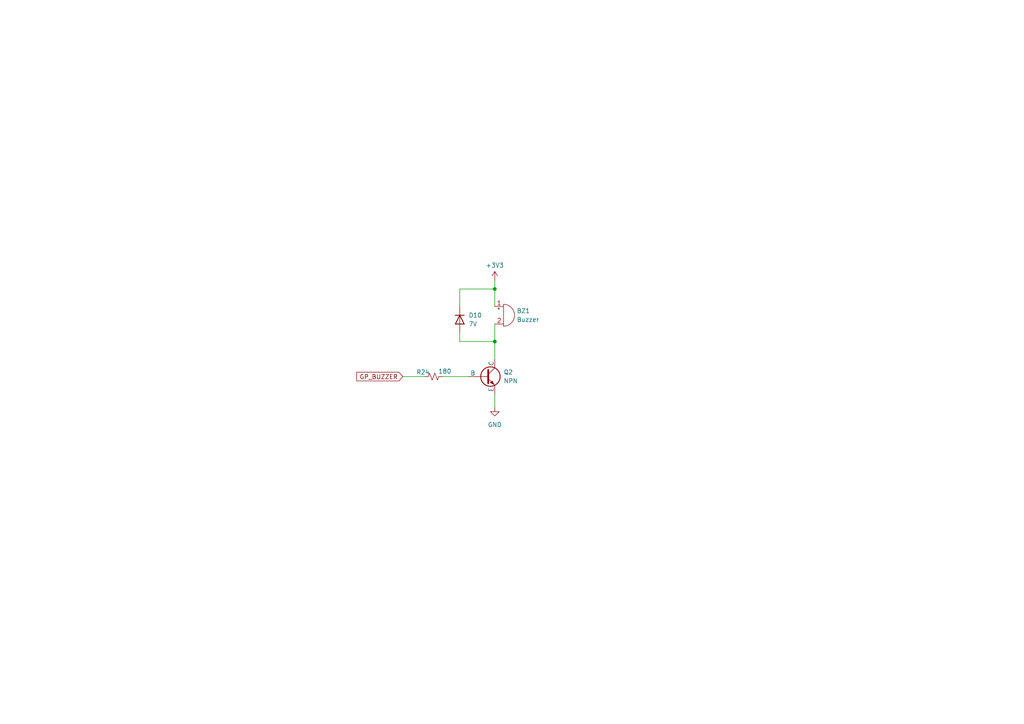
<source format=kicad_sch>
(kicad_sch (version 20250114) (generator "eeschema") (generator_version "9.0")
  (paper "A4")
  (lib_symbols
    (symbol "Device:Buzzer" (pin_names (offset 0.0254) (hide yes))
      (property "Reference" "BZ" (at 3.81 1.27 0))
      (property "Value" "Buzzer" (at 3.81 -1.27 0))
      (symbol "Buzzer_0_1"
        (polyline (pts (xy -1.651 1.905) (xy -1.143 1.905)))
        (polyline (pts (xy -1.397 2.159) (xy -1.397 1.651)))
        (arc (start 0 3.175) (mid 3.1612 0) (end 0 -3.175))
        (polyline (pts (xy 0 3.175) (xy 0 -3.175)))
      )
      (symbol "Buzzer_1_1"
        (pin passive line (at -2.54 2.54 0) (length 2.54) (name "+") (number "1"))
        (pin passive line (at -2.54 -2.54 0) (length 2.54) (name "-") (number "2"))
      )
    )
    (symbol "Device:R_Small_US" (pin_numbers (hide yes)) (pin_names (offset 0.254) (hide yes))
      (property "Reference" "R" (at 0.762 0.508 0))
      (property "Value" "R_Small_US" (at 0.762 -1.016 0))
      (symbol "R_Small_US_1_1"
        (polyline (pts (xy 0 1.524) (xy 1.016 1.143) (xy 0 0.762) (xy -1.016 0.381) (xy 0 0)))
        (polyline (pts (xy 0 0) (xy 1.016 -0.381) (xy 0 -0.762) (xy -1.016 -1.143) (xy 0 -1.524)))
        (pin passive line (at 0 2.54 270) (length 1.016) (name "~") (number "1"))
        (pin passive line (at 0 -2.54 90) (length 1.016) (name "~") (number "2"))
      )
    )
    (symbol "Diode:1N4148WT" (pin_numbers (hide yes)) (pin_names (hide yes))
      (property "Reference" "D" (at 0 2.54 0))
      (property "Value" "1N4148WT" (at 0 -2.54 0))
      (symbol "1N4148WT_0_1"
        (polyline (pts (xy -1.27 1.27) (xy -1.27 -1.27)) (stroke (width 0.254)))
        (polyline (pts (xy 1.27 1.27) (xy 1.27 -1.27) (xy -1.27 0) (xy 1.27 1.27)) (stroke (width 0.254)))
        (polyline (pts (xy 1.27 0) (xy -1.27 0)))
      )
      (symbol "1N4148WT_1_1"
        (pin passive line (at -3.81 0 0) (length 2.54) (name "K") (number "1"))
        (pin passive line (at 3.81 0 180) (length 2.54) (name "A") (number "2"))
      )
    )
    (symbol "Simulation_SPICE:NPN" (pin_numbers (hide yes)) (pin_names (offset 0))
      (property "Reference" "Q" (at -2.54 7.62 0))
      (property "Value" "NPN" (at -2.54 5.08 0))
      (symbol "NPN_0_1"
        (polyline (pts (xy -2.54 0) (xy 0.635 0)) (stroke (width 0.1524)))
        (polyline (pts (xy 0.635 1.905) (xy 0.635 -1.905) (xy 0.635 -1.905)) (stroke (width 0.508)))
        (polyline (pts (xy 0.635 0.635) (xy 2.54 2.54)))
        (polyline (pts (xy 0.635 -0.635) (xy 2.54 -2.54) (xy 2.54 -2.54)))
        (circle (center 1.27 0) (radius 2.8194) (stroke (width 0.254)))
        (polyline (pts (xy 1.27 -1.778) (xy 1.778 -1.27) (xy 2.286 -2.286) (xy 1.27 -1.778) (xy 1.27 -1.778)) (fill (type outline)))
        (polyline (pts (xy 2.794 -1.27) (xy 2.794 -1.27)) (stroke (width 0.1524)))
        (polyline (pts (xy 2.794 -1.27) (xy 2.794 -1.27)) (stroke (width 0.1524)))
      )
      (symbol "NPN_1_1"
        (pin input line (at -5.08 0 0) (length 2.54) (name "B") (number "2"))
        (pin open_collector line (at 2.54 5.08 270) (length 2.54) (name "C") (number "1"))
        (pin open_emitter line (at 2.54 -5.08 90) (length 2.54) (name "E") (number "3"))
      )
    )
    (symbol "power:+3V3" (power) (pin_numbers (hide yes)) (pin_names (offset 0) (hide yes))
      (property "Value" "+3V3" (at 0 3.556 0))
      (symbol "+3V3_0_1"
        (polyline (pts (xy -0.762 1.27) (xy 0 2.54)))
        (polyline (pts (xy 0 2.54) (xy 0.762 1.27)))
        (polyline (pts (xy 0 0) (xy 0 2.54)))
      )
      (symbol "+3V3_1_1"
        (pin power_in line (at 0 0 90) (length 0) (name "~") (number "1"))
      )
    )
    (symbol "power:GND" (power) (pin_numbers (hide yes)) (pin_names (offset 0) (hide yes))
      (property "Value" "GND" (at 0 -3.81 0))
      (symbol "GND_0_1"
        (polyline (pts (xy 0 0) (xy 0 -1.27) (xy 1.27 -1.27) (xy 0 -2.54) (xy -1.27 -1.27) (xy 0 -1.27)))
      )
      (symbol "GND_1_1"
        (pin power_in line (at 0 0 270) (length 0) (name "~") (number "1"))
      )
    )
  )
  (junction (at 143.51 83.82))
  (junction (at 143.51 99.06))
  (wire (pts (xy 143.51 114.3) (xy 143.51 118.11)))
  (wire (pts (xy 143.51 99.06) (xy 143.51 104.14)))
  (wire (pts (xy 143.51 83.82) (xy 143.51 81.28)))
  (wire (pts (xy 133.35 88.9) (xy 133.35 83.82)))
  (wire (pts (xy 133.35 99.06) (xy 143.51 99.06)))
  (wire (pts (xy 116.84 109.22) (xy 123.19 109.22)))
  (wire (pts (xy 133.35 96.52) (xy 133.35 99.06)))
  (wire (pts (xy 143.51 93.98) (xy 143.51 99.06)))
  (wire (pts (xy 143.51 83.82) (xy 143.51 88.9)))
  (wire (pts (xy 128.27 109.22) (xy 135.89 109.22)))
  (wire (pts (xy 133.35 83.82) (xy 143.51 83.82)))
  (global_label "GP_BUZZER" (shape input) (at 116.84 109.22 180) (property "Intersheetrefs" "${INTERSHEET_REFS}" (effects (hide yes))))
  (symbol (lib_id "power:GND") (at 143.51 118.11 0) (unit 1)
    (property "Reference" "#PWR066" (effects (hide yes)))
    (property "Value" "GND" (at 143.51 123.19 0))
    (property "Description" "Power symbol creates a global label with name \"GND\" , ground" (effects (hide yes)))
  )
  (symbol (lib_id "Device:R_Small_US") (at 125.73 109.22 270) (unit 1)
    (property "Reference" "R24" (at 122.682 107.95 90))
    (property "Value" "180" (at 129.032 107.696 90))
    (property "Datasheet" "https://www.digikey.com.br/pt/products/detail/yageo/AC0402JR-07180RL/5895594" (effects (hide yes)))
    (property "Description" "Resistor, small US symbol" (effects (hide yes)))
  )
  (symbol (lib_id "power:+3V3") (at 143.51 81.28 0) (unit 1)
    (property "Reference" "#PWR065" (effects (hide yes)))
    (property "Value" "+3V3" (at 143.51 76.962 0))
    (property "Description" "Power symbol creates a global label with name \"+3V3\"" (effects (hide yes)))
  )
  (symbol (lib_id "Device:Buzzer") (at 146.05 91.44 0) (unit 1)
    (property "Reference" "BZ1" (at 149.86 90.1699 0) (effects (justify left)))
    (property "Value" "Buzzer" (at 149.86 92.7099 0) (effects (justify left)))
    (property "Datasheet" "https://www.digikey.com.br/pt/products/detail/soberton-inc/WT-1205/479674" (effects (hide yes)))
    (property "Description" "Buzzer, polarized" (effects (hide yes)))
  )
  (symbol (lib_id "Diode:1N4148WT") (at 133.35 92.71 270) (unit 1)
    (property "Reference" "D10" (at 135.89 91.4399 90) (effects (justify left)))
    (property "Value" "7V" (at 135.89 93.9799 90) (effects (justify left)))
    (property "Footprint" "Diode_SMD:D_SOD-523" (effects (hide yes)))
    (property "Datasheet" "https://www.digikey.com.br/pt/products/detail/onsemi/MMBD352LT1G/919568" (effects (hide yes)))
    (property "Description" "75V 0.15A Fast switching Diode, SOD-523" (effects (hide yes)))
    (property "Sim.Device" "D" (effects (hide yes)))
    (property "Sim.Pins" "1=K 2=A" (effects (hide yes)))
  )
  (symbol (lib_id "Simulation_SPICE:NPN") (at 140.97 109.22 0) (unit 1)
    (property "Reference" "Q2" (at 146.05 107.9499 0) (effects (justify left)))
    (property "Value" "NPN" (at 146.05 110.4899 0) (effects (justify left)))
    (property "Datasheet" "https://www.digikey.com.br/pt/products/detail/rohm-semiconductor/DTC014EEBTL/5019097" (effects (hide yes)))
    (property "Description" "Bipolar transistor symbol for simulation only, substrate tied to the emitter" (effects (hide yes)))
    (property "Sim.Device" "NPN" (effects (hide yes)))
    (property "Sim.Type" "GUMMELPOON" (effects (hide yes)))
    (property "Sim.Pins" "1=C 2=B 3=E" (effects (hide yes)))
  )
)
</source>
